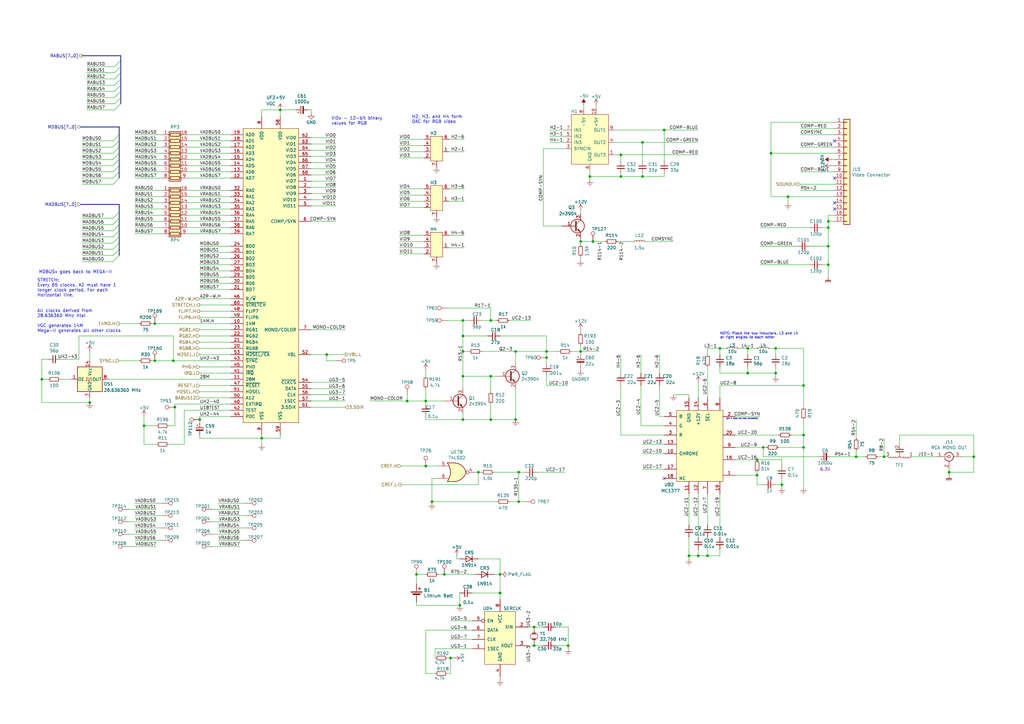
<source format=kicad_sch>
(kicad_sch (version 20230121) (generator eeschema)
  (paper "A3")
  (title_block (title "VGA, Digital RGB, and Composite") (date "2023-01-28") (rev "2b") (company "bald.ee/bitpreserve") (comment 1 "ROM3 / 1 Mb IIgs") (comment 2 "Redrawn by james@baldengineer"))
  (junction (at 189.865 137.795))
  (junction (at 71.755 167.005))
  (junction (at 389.255 193.675))
  (junction (at 107.315 179.705))
  (junction (at 254.635 72.39))
  (junction (at 212.725 193.675))
  (junction (at 339.725 93.345))
  (junction (at 263.525 58.42))
  (junction (at 17.145 155.575))
  (junction (at 219.075 264.795))
  (junction (at 71.12 147.955))
  (junction (at 189.865 131.445))
  (junction (at 254.635 63.5))
  (junction (at 59.055 174.625))
  (junction (at 318.135 153.035))
  (junction (at 224.155 144.145))
  (junction (at 295.275 142.875))
  (junction (at 167.005 164.465))
  (junction (at 205.105 235.585))
  (junction (at 351.155 187.325))
  (junction (at 243.205 99.06))
  (junction (at 233.045 264.795))
  (junction (at 329.565 158.115))
  (junction (at 313.055 183.515))
  (junction (at 36.83 165.1))
  (junction (at 174.625 164.465))
  (junction (at 177.165 205.74))
  (junction (at 238.125 99.06))
  (junction (at 316.23 62.865))
  (junction (at 263.525 72.39))
  (junction (at 362.585 187.325))
  (junction (at 81.915 172.085))
  (junction (at 205.105 243.205))
  (junction (at 339.725 108.585))
  (junction (at 306.705 153.035))
  (junction (at 224.155 146.685))
  (junction (at 219.075 257.175))
  (junction (at 170.815 235.585))
  (junction (at 318.135 142.875))
  (junction (at 339.725 90.805))
  (junction (at 310.515 194.945))
  (junction (at 306.705 142.875))
  (junction (at 272.415 53.34))
  (junction (at 323.215 80.645))
  (junction (at 63.5 147.955))
  (junction (at 310.515 188.595))
  (junction (at 290.195 227.965))
  (junction (at 201.295 154.305))
  (junction (at 329.565 183.515))
  (junction (at 133.985 145.415))
  (junction (at 188.595 248.285))
  (junction (at 399.415 187.325))
  (junction (at 196.215 193.675))
  (junction (at 63.5 132.715))
  (junction (at 241.935 72.39))
  (junction (at 189.865 144.145))
  (junction (at 182.245 235.585))
  (junction (at 286.385 227.965))
  (junction (at 184.785 269.875))
  (junction (at 282.575 227.965))
  (junction (at 189.865 172.085))
  (junction (at 212.725 205.74))
  (junction (at 329.565 178.435))
  (junction (at 189.865 154.305))
  (junction (at 339.725 100.965))
  (junction (at 201.295 172.085))
  (junction (at 320.675 198.755))
  (junction (at 238.125 144.145))
  (junction (at 211.455 172.085))
  (junction (at 201.295 131.445))
  (junction (at 211.455 144.145))
  (junction (at 114.935 45.085))
  (junction (at 174.625 191.135))
  (no_connect (at 342.265 57.785))
  (no_connect (at 342.265 83.185))
  (no_connect (at 272.415 196.215))
  (no_connect (at 342.265 73.025))
  (no_connect (at 342.265 85.725))
  (bus_entry (at 48.895 92.075) (size -2.54 2.54))
  (bus_entry (at 48.895 97.155) (size -2.54 2.54))
  (bus_entry (at 49.53 34.925) (size -2.54 2.54))
  (bus_entry (at 48.895 70.485) (size -2.54 2.54))
  (bus_entry (at 48.895 62.865) (size -2.54 2.54))
  (bus_entry (at 49.53 37.465) (size -2.54 2.54))
  (bus_entry (at 48.895 73.025) (size -2.54 2.54))
  (bus_entry (at 48.895 65.405) (size -2.54 2.54))
  (bus_entry (at 48.895 60.325) (size -2.54 2.54))
  (bus_entry (at 48.895 102.235) (size -2.54 2.54))
  (bus_entry (at 48.895 89.535) (size -2.54 2.54))
  (bus_entry (at 49.53 42.545) (size -2.54 2.54))
  (bus_entry (at 48.895 99.695) (size -2.54 2.54))
  (bus_entry (at 49.53 27.305) (size -2.54 2.54))
  (bus_entry (at 48.895 57.785) (size -2.54 2.54))
  (bus_entry (at 49.53 40.005) (size -2.54 2.54))
  (bus_entry (at 48.895 55.245) (size -2.54 2.54))
  (bus_entry (at 49.53 24.765) (size -2.54 2.54))
  (bus_entry (at 48.895 94.615) (size -2.54 2.54))
  (bus_entry (at 49.53 29.845) (size -2.54 2.54))
  (bus_entry (at 48.895 86.995) (size -2.54 2.54))
  (bus_entry (at 48.895 104.775) (size -2.54 2.54))
  (bus_entry (at 48.895 67.945) (size -2.54 2.54))
  (bus_entry (at 49.53 32.385) (size -2.54 2.54))
  (wire (pts (xy 81.915 179.705) (xy 107.315 179.705)))
  (wire (pts (xy 114.935 45.085) (xy 114.935 47.625)))
  (wire (pts (xy 238.125 99.06) (xy 238.125 97.79)))
  (wire (pts (xy 17.145 165.1) (xy 36.83 165.1)))
  (wire (pts (xy 342.265 60.325) (xy 328.295 60.325)))
  (wire (pts (xy 63.5 147.955) (xy 71.12 147.955)))
  (wire (pts (xy 127.635 45.085) (xy 127.635 46.355)))
  (wire (pts (xy 201.295 126.365) (xy 183.515 126.365)))
  (wire (pts (xy 342.265 52.705) (xy 328.295 52.705)))
  (wire (pts (xy 184.785 276.225) (xy 184.785 269.875)))
  (wire (pts (xy 220.345 193.675) (xy 231.775 193.675)))
  (wire (pts (xy 286.385 156.845) (xy 286.385 163.195)))
  (bus (pts (xy 49.53 34.925) (xy 49.53 37.465)))
  (wire (pts (xy 222.885 264.795) (xy 219.075 264.795)))
  (wire (pts (xy 48.895 147.955) (xy 57.15 147.955)))
  (wire (pts (xy 114.935 179.705) (xy 107.315 179.705)))
  (wire (pts (xy 222.885 92.71) (xy 222.885 60.96)))
  (wire (pts (xy 323.215 83.185) (xy 323.215 80.645)))
  (wire (pts (xy 127.635 167.005) (xy 141.605 167.005)))
  (wire (pts (xy 295.275 142.875) (xy 295.275 145.415)))
  (wire (pts (xy 173.99 104.14) (xy 163.83 104.14)))
  (wire (pts (xy 189.865 137.795) (xy 189.865 144.145)))
  (wire (pts (xy 127.635 59.055) (xy 137.795 59.055)))
  (wire (pts (xy 384.175 187.325) (xy 374.015 187.325)))
  (wire (pts (xy 66.675 70.485) (xy 55.245 70.485)))
  (wire (pts (xy 254.635 72.39) (xy 241.935 72.39)))
  (wire (pts (xy 66.675 93.345) (xy 55.245 93.345)))
  (wire (pts (xy 81.915 125.095) (xy 94.615 125.095)))
  (wire (pts (xy 342.265 67.945) (xy 340.995 67.945)))
  (wire (pts (xy 263.525 71.12) (xy 263.525 72.39)))
  (wire (pts (xy 301.625 170.815) (xy 311.785 170.815)))
  (wire (pts (xy 64.135 182.245) (xy 59.055 182.245)))
  (bus (pts (xy 48.895 67.945) (xy 48.895 70.485)))
  (wire (pts (xy 98.425 224.155) (xy 86.995 224.155)))
  (wire (pts (xy 179.705 191.135) (xy 174.625 191.135)))
  (wire (pts (xy 362.585 179.705) (xy 362.585 187.325)))
  (wire (pts (xy 94.615 100.965) (xy 81.915 100.965)))
  (wire (pts (xy 201.295 154.305) (xy 203.835 154.305)))
  (wire (pts (xy 205.105 245.745) (xy 205.105 243.205)))
  (wire (pts (xy 55.245 216.535) (xy 66.675 216.535)))
  (wire (pts (xy 212.725 193.675) (xy 215.265 193.675)))
  (wire (pts (xy 46.355 62.865) (xy 33.655 62.865)))
  (wire (pts (xy 399.415 178.435) (xy 399.415 187.325)))
  (wire (pts (xy 76.835 93.345) (xy 94.615 93.345)))
  (wire (pts (xy 94.615 163.195) (xy 81.915 163.195)))
  (wire (pts (xy 66.675 67.945) (xy 55.245 67.945)))
  (wire (pts (xy 190.5 96.52) (xy 184.15 96.52)))
  (wire (pts (xy 189.865 144.145) (xy 189.865 154.305)))
  (wire (pts (xy 313.055 183.515) (xy 314.325 183.515)))
  (wire (pts (xy 62.23 132.715) (xy 63.5 132.715)))
  (wire (pts (xy 290.195 227.965) (xy 286.385 227.965)))
  (wire (pts (xy 81.915 172.085) (xy 81.915 173.355)))
  (wire (pts (xy 323.215 80.645) (xy 342.265 80.645)))
  (wire (pts (xy 121.285 45.085) (xy 114.935 45.085)))
  (wire (pts (xy 190.5 82.55) (xy 184.15 82.55)))
  (wire (pts (xy 127.635 74.295) (xy 137.795 74.295)))
  (wire (pts (xy 189.865 154.305) (xy 201.295 154.305)))
  (wire (pts (xy 222.885 257.175) (xy 219.075 257.175)))
  (wire (pts (xy 306.705 153.035) (xy 318.135 153.035)))
  (wire (pts (xy 311.785 108.585) (xy 332.105 108.585)))
  (wire (pts (xy 76.835 83.185) (xy 94.615 83.185)))
  (wire (pts (xy 46.355 89.535) (xy 33.655 89.535)))
  (wire (pts (xy 182.245 164.465) (xy 174.625 164.465)))
  (wire (pts (xy 94.615 108.585) (xy 81.915 108.585)))
  (wire (pts (xy 306.705 142.875) (xy 310.515 142.875)))
  (wire (pts (xy 46.355 104.775) (xy 33.655 104.775)))
  (wire (pts (xy 46.355 70.485) (xy 33.655 70.485)))
  (wire (pts (xy 196.215 193.675) (xy 194.945 193.675)))
  (wire (pts (xy 238.125 135.255) (xy 238.125 136.525)))
  (wire (pts (xy 94.615 150.495) (xy 81.915 150.495)))
  (wire (pts (xy 263.525 182.245) (xy 272.415 182.245)))
  (wire (pts (xy 46.355 65.405) (xy 33.655 65.405)))
  (wire (pts (xy 177.165 205.74) (xy 203.835 205.74)))
  (wire (pts (xy 170.815 248.285) (xy 188.595 248.285)))
  (wire (pts (xy 201.295 131.445) (xy 201.295 126.365)))
  (wire (pts (xy 276.225 161.925) (xy 282.575 161.925)))
  (wire (pts (xy 227.965 257.175) (xy 233.045 257.175)))
  (wire (pts (xy 262.89 158.115) (xy 262.89 174.625)))
  (wire (pts (xy 46.355 99.695) (xy 33.655 99.695)))
  (wire (pts (xy 94.615 116.205) (xy 81.915 116.205)))
  (wire (pts (xy 174.625 258.445) (xy 193.675 258.445)))
  (wire (pts (xy 167.005 164.465) (xy 151.765 164.465)))
  (wire (pts (xy 127.635 135.255) (xy 141.605 135.255)))
  (wire (pts (xy 311.785 100.965) (xy 327.025 100.965)))
  (wire (pts (xy 211.455 144.145) (xy 211.455 149.225)))
  (wire (pts (xy 94.615 113.665) (xy 81.915 113.665)))
  (wire (pts (xy 173.99 101.6) (xy 163.83 101.6)))
  (wire (pts (xy 339.725 100.965) (xy 339.725 108.585)))
  (wire (pts (xy 66.675 80.645) (xy 55.245 80.645)))
  (wire (pts (xy 64.135 224.155) (xy 52.705 224.155)))
  (wire (pts (xy 66.675 57.785) (xy 55.245 57.785)))
  (wire (pts (xy 368.935 178.435) (xy 399.415 178.435)))
  (wire (pts (xy 71.12 137.795) (xy 71.12 147.955)))
  (wire (pts (xy 182.245 235.585) (xy 194.945 235.585)))
  (bus (pts (xy 48.895 60.325) (xy 48.895 62.865)))
  (wire (pts (xy 316.23 62.865) (xy 316.23 80.645)))
  (wire (pts (xy 224.155 137.795) (xy 224.155 144.145)))
  (wire (pts (xy 241.935 73.66) (xy 241.935 72.39)))
  (wire (pts (xy 94.615 170.815) (xy 81.915 170.815)))
  (wire (pts (xy 174.625 172.085) (xy 189.865 172.085)))
  (wire (pts (xy 201.295 154.305) (xy 201.295 160.655)))
  (wire (pts (xy 211.455 144.145) (xy 224.155 144.145)))
  (wire (pts (xy 320.675 196.215) (xy 320.675 198.755)))
  (wire (pts (xy 316.23 80.645) (xy 323.215 80.645)))
  (wire (pts (xy 190.5 62.23) (xy 184.15 62.23)))
  (wire (pts (xy 46.99 27.305) (xy 35.56 27.305)))
  (wire (pts (xy 187.325 227.965) (xy 187.325 229.235)))
  (wire (pts (xy 219.075 264.795) (xy 216.535 264.795)))
  (wire (pts (xy 190.5 57.15) (xy 184.15 57.15)))
  (wire (pts (xy 174.625 170.815) (xy 174.625 172.085)))
  (wire (pts (xy 238.125 145.415) (xy 238.125 144.145)))
  (wire (pts (xy 270.51 158.115) (xy 270.51 170.815)))
  (wire (pts (xy 174.625 276.225) (xy 178.435 276.225)))
  (wire (pts (xy 107.315 45.085) (xy 107.315 47.625)))
  (wire (pts (xy 205.105 277.495) (xy 205.105 278.765)))
  (wire (pts (xy 205.105 235.585) (xy 202.565 235.585)))
  (wire (pts (xy 342.265 75.565) (xy 328.295 75.565)))
  (wire (pts (xy 174.625 164.465) (xy 174.625 165.735)))
  (wire (pts (xy 272.415 53.34) (xy 286.385 53.34)))
  (wire (pts (xy 310.515 194.945) (xy 301.625 194.945)))
  (wire (pts (xy 76.835 85.725) (xy 94.615 85.725)))
  (wire (pts (xy 337.185 93.345) (xy 339.725 93.345)))
  (wire (pts (xy 342.265 55.245) (xy 328.295 55.245)))
  (bus (pts (xy 33.655 22.86) (xy 49.53 22.86)))
  (wire (pts (xy 188.595 248.285) (xy 188.595 243.205)))
  (wire (pts (xy 71.755 165.735) (xy 71.755 167.005)))
  (wire (pts (xy 270.51 145.415) (xy 270.51 153.035)))
  (wire (pts (xy 272.415 72.39) (xy 263.525 72.39)))
  (wire (pts (xy 170.815 247.015) (xy 170.815 248.285)))
  (wire (pts (xy 192.405 131.445) (xy 189.865 131.445)))
  (wire (pts (xy 315.595 142.875) (xy 318.135 142.875)))
  (wire (pts (xy 127.635 161.925) (xy 141.605 161.925)))
  (wire (pts (xy 55.245 211.455) (xy 66.675 211.455)))
  (wire (pts (xy 76.835 88.265) (xy 94.615 88.265)))
  (wire (pts (xy 63.5 132.715) (xy 94.615 132.715)))
  (wire (pts (xy 94.615 135.255) (xy 81.915 135.255)))
  (wire (pts (xy 254.635 66.04) (xy 254.635 63.5)))
  (wire (pts (xy 316.23 62.865) (xy 342.265 62.865)))
  (wire (pts (xy 201.295 172.085) (xy 189.865 172.085)))
  (wire (pts (xy 399.415 187.325) (xy 399.415 193.675)))
  (wire (pts (xy 328.295 70.485) (xy 342.265 70.485)))
  (wire (pts (xy 179.705 235.585) (xy 182.245 235.585)))
  (bus (pts (xy 48.895 99.695) (xy 48.895 102.235)))
  (wire (pts (xy 173.99 62.23) (xy 163.83 62.23)))
  (wire (pts (xy 173.99 80.01) (xy 163.83 80.01)))
  (wire (pts (xy 127.635 71.755) (xy 137.795 71.755)))
  (wire (pts (xy 262.89 145.415) (xy 262.89 153.035)))
  (wire (pts (xy 245.745 144.145) (xy 238.125 144.145)))
  (wire (pts (xy 200.025 137.795) (xy 189.865 137.795)))
  (wire (pts (xy 44.45 155.575) (xy 94.615 155.575)))
  (wire (pts (xy 311.785 93.345) (xy 332.105 93.345)))
  (bus (pts (xy 48.895 52.07) (xy 33.02 52.07)))
  (wire (pts (xy 76.835 70.485) (xy 94.615 70.485)))
  (wire (pts (xy 295.275 163.195) (xy 295.275 158.115)))
  (wire (pts (xy 46.99 29.845) (xy 35.56 29.845)))
  (wire (pts (xy 337.185 108.585) (xy 339.725 108.585)))
  (bus (pts (xy 49.53 24.765) (xy 49.53 27.305)))
  (wire (pts (xy 94.615 103.505) (xy 81.915 103.505)))
  (wire (pts (xy 66.675 62.865) (xy 55.245 62.865)))
  (wire (pts (xy 94.615 145.415) (xy 81.915 145.415)))
  (wire (pts (xy 46.99 32.385) (xy 35.56 32.385)))
  (wire (pts (xy 205.105 243.205) (xy 205.105 235.585)))
  (wire (pts (xy 173.99 85.09) (xy 163.83 85.09)))
  (wire (pts (xy 342.265 88.265) (xy 339.725 88.265)))
  (wire (pts (xy 295.275 158.115) (xy 329.565 158.115)))
  (wire (pts (xy 224.155 146.685) (xy 224.155 144.145)))
  (bus (pts (xy 48.895 92.075) (xy 48.895 94.615)))
  (wire (pts (xy 127.635 81.915) (xy 137.795 81.915)))
  (wire (pts (xy 310.515 198.755) (xy 313.055 198.755)))
  (wire (pts (xy 184.785 262.255) (xy 193.675 262.255)))
  (wire (pts (xy 76.835 73.025) (xy 94.615 73.025)))
  (wire (pts (xy 66.675 55.245) (xy 55.245 55.245)))
  (wire (pts (xy 192.405 144.145) (xy 189.865 144.145)))
  (wire (pts (xy 238.125 105.41) (xy 238.125 106.68)))
  (wire (pts (xy 89.535 221.615) (xy 100.965 221.615)))
  (wire (pts (xy 318.135 142.875) (xy 329.565 142.875)))
  (wire (pts (xy 252.095 58.42) (xy 263.525 58.42)))
  (wire (pts (xy 94.615 137.795) (xy 81.915 137.795)))
  (bus (pts (xy 48.895 86.995) (xy 48.895 89.535)))
  (wire (pts (xy 127.635 159.385) (xy 141.605 159.385)))
  (wire (pts (xy 66.675 95.885) (xy 55.245 95.885)))
  (wire (pts (xy 167.005 161.925) (xy 167.005 164.465)))
  (wire (pts (xy 295.275 153.035) (xy 306.705 153.035)))
  (wire (pts (xy 46.355 67.945) (xy 33.655 67.945)))
  (wire (pts (xy 363.855 187.325) (xy 362.585 187.325)))
  (wire (pts (xy 263.525 58.42) (xy 286.385 58.42)))
  (bus (pts (xy 49.53 40.005) (xy 49.53 42.545)))
  (wire (pts (xy 76.835 80.645) (xy 94.615 80.645)))
  (bus (pts (xy 48.895 102.235) (xy 48.895 104.775)))
  (wire (pts (xy 193.675 243.205) (xy 205.105 243.205)))
  (wire (pts (xy 55.245 206.375) (xy 66.675 206.375)))
  (wire (pts (xy 173.99 99.06) (xy 163.83 99.06)))
  (wire (pts (xy 254.635 178.435) (xy 272.415 178.435)))
  (wire (pts (xy 24.765 147.32) (xy 32.385 147.32)))
  (wire (pts (xy 76.835 65.405) (xy 94.615 65.405)))
  (wire (pts (xy 254.635 63.5) (xy 286.385 63.5)))
  (wire (pts (xy 174.625 191.135) (xy 164.465 191.135)))
  (wire (pts (xy 17.145 147.32) (xy 19.685 147.32)))
  (wire (pts (xy 127.635 90.805) (xy 137.795 90.805)))
  (wire (pts (xy 137.795 147.955) (xy 133.985 147.955)))
  (wire (pts (xy 310.515 188.595) (xy 301.625 188.595)))
  (wire (pts (xy 127.635 66.675) (xy 137.795 66.675)))
  (wire (pts (xy 224.155 158.115) (xy 224.155 154.305)))
  (wire (pts (xy 272.415 66.04) (xy 272.415 53.34)))
  (wire (pts (xy 310.515 194.945) (xy 310.515 198.755)))
  (wire (pts (xy 24.765 155.575) (xy 29.21 155.575)))
  (wire (pts (xy 127.635 61.595) (xy 137.795 61.595)))
  (wire (pts (xy 94.615 106.045) (xy 81.915 106.045)))
  (wire (pts (xy 320.675 198.755) (xy 320.675 200.025)))
  (wire (pts (xy 313.055 183.515) (xy 313.055 187.325)))
  (wire (pts (xy 282.575 163.195) (xy 282.575 161.925)))
  (wire (pts (xy 94.615 142.875) (xy 81.915 142.875)))
  (wire (pts (xy 302.895 142.875) (xy 306.705 142.875)))
  (wire (pts (xy 133.985 147.955) (xy 133.985 145.415)))
  (bus (pts (xy 48.895 97.155) (xy 48.895 99.695)))
  (wire (pts (xy 127.635 164.465) (xy 141.605 164.465)))
  (wire (pts (xy 340.995 65.405) (xy 342.265 65.405)))
  (wire (pts (xy 46.355 73.025) (xy 33.655 73.025)))
  (wire (pts (xy 127.635 156.845) (xy 141.605 156.845)))
  (wire (pts (xy 254.635 178.435) (xy 254.635 158.115)))
  (wire (pts (xy 202.565 193.675) (xy 212.725 193.675)))
  (wire (pts (xy 71.755 165.735) (xy 94.615 165.735)))
  (wire (pts (xy 189.865 154.305) (xy 189.865 159.385)))
  (wire (pts (xy 389.255 193.675) (xy 389.255 192.405)))
  (wire (pts (xy 114.935 45.085) (xy 107.315 45.085)))
  (wire (pts (xy 17.145 155.575) (xy 17.145 165.1)))
  (wire (pts (xy 81.915 178.435) (xy 81.915 179.705)))
  (wire (pts (xy 46.99 37.465) (xy 35.56 37.465)))
  (bus (pts (xy 49.53 29.845) (xy 49.53 32.385)))
  (wire (pts (xy 329.565 172.085) (xy 329.565 178.435)))
  (wire (pts (xy 183.515 276.225) (xy 184.785 276.225)))
  (wire (pts (xy 212.725 193.675) (xy 212.725 205.74)))
  (wire (pts (xy 46.99 34.925) (xy 35.56 34.925)))
  (wire (pts (xy 230.505 92.71) (xy 222.885 92.71)))
  (wire (pts (xy 75.565 168.275) (xy 75.565 182.245)))
  (wire (pts (xy 89.535 206.375) (xy 100.965 206.375)))
  (wire (pts (xy 174.625 164.465) (xy 167.005 164.465)))
  (wire (pts (xy 189.865 131.445) (xy 189.865 137.795)))
  (wire (pts (xy 233.045 264.795) (xy 233.045 266.065)))
  (wire (pts (xy 19.685 155.575) (xy 17.145 155.575)))
  (wire (pts (xy 329.565 178.435) (xy 329.565 183.515)))
  (wire (pts (xy 238.125 99.06) (xy 238.125 100.33)))
  (wire (pts (xy 282.575 202.565) (xy 282.575 215.265)))
  (wire (pts (xy 94.615 130.175) (xy 81.915 130.175)))
  (wire (pts (xy 174.625 159.385) (xy 174.625 164.465)))
  (bus (pts (xy 48.895 94.615) (xy 48.895 97.155)))
  (wire (pts (xy 241.935 72.39) (xy 241.935 69.85)))
  (wire (pts (xy 196.215 198.755) (xy 164.465 198.755)))
  (wire (pts (xy 394.335 187.325) (xy 399.415 187.325)))
  (wire (pts (xy 69.215 182.245) (xy 75.565 182.245)))
  (wire (pts (xy 238.125 150.495) (xy 238.125 151.765)))
  (wire (pts (xy 399.415 193.675) (xy 389.255 193.675)))
  (wire (pts (xy 197.485 144.145) (xy 211.455 144.145)))
  (bus (pts (xy 48.895 57.785) (xy 48.895 60.325)))
  (wire (pts (xy 46.355 107.315) (xy 33.655 107.315)))
  (wire (pts (xy 64.135 208.915) (xy 52.705 208.915)))
  (wire (pts (xy 174.625 258.445) (xy 174.625 276.225)))
  (wire (pts (xy 127.635 76.835) (xy 137.795 76.835)))
  (wire (pts (xy 46.99 42.545) (xy 35.56 42.545)))
  (wire (pts (xy 301.625 178.435) (xy 319.405 178.435)))
  (wire (pts (xy 224.155 158.115) (xy 233.045 158.115)))
  (wire (pts (xy 295.275 227.965) (xy 290.195 227.965)))
  (wire (pts (xy 272.415 192.405) (xy 263.525 192.405)))
  (wire (pts (xy 282.575 227.965) (xy 282.575 229.235)))
  (wire (pts (xy 81.915 170.815) (xy 81.915 172.085)))
  (wire (pts (xy 94.615 127.635) (xy 81.915 127.635)))
  (wire (pts (xy 173.99 64.77) (xy 163.83 64.77)))
  (wire (pts (xy 177.165 196.215) (xy 177.165 205.74)))
  (wire (pts (xy 225.425 55.88) (xy 231.775 55.88)))
  (wire (pts (xy 205.105 137.795) (xy 224.155 137.795)))
  (wire (pts (xy 32.385 147.32) (xy 32.385 137.795)))
  (wire (pts (xy 254.635 71.12) (xy 254.635 72.39)))
  (wire (pts (xy 238.125 144.145) (xy 234.315 144.145)))
  (wire (pts (xy 127.635 145.415) (xy 133.985 145.415)))
  (wire (pts (xy 66.675 85.725) (xy 55.245 85.725)))
  (wire (pts (xy 183.515 131.445) (xy 189.865 131.445)))
  (wire (pts (xy 94.615 118.745) (xy 81.915 118.745)))
  (wire (pts (xy 339.725 88.265) (xy 339.725 90.805)))
  (wire (pts (xy 203.835 131.445) (xy 201.295 131.445)))
  (wire (pts (xy 351.155 187.325) (xy 354.965 187.325)))
  (wire (pts (xy 71.12 147.955) (xy 94.615 147.955)))
  (wire (pts (xy 66.675 73.025) (xy 55.245 73.025)))
  (wire (pts (xy 66.675 88.265) (xy 55.245 88.265)))
  (wire (pts (xy 184.785 269.875) (xy 183.515 269.875)))
  (wire (pts (xy 46.355 57.785) (xy 33.655 57.785)))
  (wire (pts (xy 318.135 198.755) (xy 320.675 198.755)))
  (wire (pts (xy 252.095 63.5) (xy 254.635 63.5)))
  (wire (pts (xy 174.625 151.765) (xy 174.625 154.305)))
  (wire (pts (xy 46.99 40.005) (xy 35.56 40.005)))
  (wire (pts (xy 290.195 220.345) (xy 290.195 227.965)))
  (wire (pts (xy 174.625 235.585) (xy 170.815 235.585)))
  (wire (pts (xy 306.705 145.415) (xy 306.705 142.875)))
  (wire (pts (xy 76.835 67.945) (xy 94.615 67.945)))
  (wire (pts (xy 243.205 99.06) (xy 238.125 99.06)))
  (wire (pts (xy 48.895 132.715) (xy 57.15 132.715)))
  (wire (pts (xy 238.125 86.36) (xy 238.125 87.63)))
  (wire (pts (xy 46.355 94.615) (xy 33.655 94.615)))
  (wire (pts (xy 272.415 71.12) (xy 272.415 72.39)))
  (wire (pts (xy 126.365 45.085) (xy 127.635 45.085)))
  (wire (pts (xy 201.295 131.445) (xy 197.485 131.445)))
  (wire (pts (xy 339.725 90.805) (xy 339.725 93.345)))
  (wire (pts (xy 320.675 188.595) (xy 320.675 191.135)))
  (wire (pts (xy 252.095 53.34) (xy 272.415 53.34)))
  (wire (pts (xy 76.835 57.785) (xy 94.615 57.785)))
  (wire (pts (xy 208.915 205.74) (xy 212.725 205.74)))
  (bus (pts (xy 48.895 83.82) (xy 48.895 86.995)))
  (bus (pts (xy 49.53 32.385) (xy 49.53 34.925)))
  (wire (pts (xy 211.455 159.385) (xy 211.455 172.085)))
  (wire (pts (xy 310.515 188.595) (xy 320.675 188.595)))
  (wire (pts (xy 212.725 205.74) (xy 215.265 205.74)))
  (wire (pts (xy 94.615 158.115) (xy 81.915 158.115)))
  (wire (pts (xy 318.135 154.305) (xy 318.135 153.035)))
  (wire (pts (xy 59.055 174.625) (xy 64.135 174.625)))
  (wire (pts (xy 59.055 182.245) (xy 59.055 174.625)))
  (wire (pts (xy 55.245 221.615) (xy 66.675 221.615)))
  (wire (pts (xy 127.635 56.515) (xy 137.795 56.515)))
  (wire (pts (xy 282.575 220.345) (xy 282.575 227.965)))
  (wire (pts (xy 301.625 183.515) (xy 313.055 183.515)))
  (wire (pts (xy 262.89 174.625) (xy 272.415 174.625)))
  (wire (pts (xy 270.51 170.815) (xy 272.415 170.815)))
  (bus (pts (xy 48.895 70.485) (xy 48.895 73.025)))
  (wire (pts (xy 98.425 208.915) (xy 86.995 208.915)))
  (wire (pts (xy 197.485 193.675) (xy 196.215 193.675)))
  (wire (pts (xy 233.045 257.175) (xy 233.045 264.795)))
  (wire (pts (xy 263.525 72.39) (xy 254.635 72.39)))
  (wire (pts (xy 46.355 97.155) (xy 33.655 97.155)))
  (wire (pts (xy 17.145 147.32) (xy 17.145 155.575)))
  (wire (pts (xy 339.725 93.345) (xy 339.725 100.965)))
  (wire (pts (xy 173.99 59.69) (xy 163.83 59.69)))
  (wire (pts (xy 286.385 202.565) (xy 286.385 220.345)))
  (wire (pts (xy 62.23 147.955) (xy 63.5 147.955)))
  (wire (pts (xy 239.395 43.18) (xy 239.395 44.45)))
  (wire (pts (xy 89.535 216.535) (xy 100.965 216.535)))
  (wire (pts (xy 98.425 219.075) (xy 86.995 219.075)))
  (wire (pts (xy 342.265 78.105) (xy 328.295 78.105)))
  (wire (pts (xy 76.835 78.105) (xy 94.615 78.105)))
  (wire (pts (xy 351.155 172.085) (xy 351.155 179.705)))
  (wire (pts (xy 46.355 92.075) (xy 33.655 92.075)))
  (wire (pts (xy 94.615 111.125) (xy 81.915 111.125)))
  (wire (pts (xy 362.585 187.325) (xy 360.045 187.325)))
  (wire (pts (xy 201.295 165.735) (xy 201.295 172.085)))
  (wire (pts (xy 290.195 145.415) (xy 290.195 142.875)))
  (wire (pts (xy 36.83 144.145) (xy 36.83 147.955)))
  (bus (pts (xy 48.895 89.535) (xy 48.895 92.075)))
  (wire (pts (xy 173.99 96.52) (xy 163.83 96.52)))
  (wire (pts (xy 32.385 137.795) (xy 71.12 137.795)))
  (wire (pts (xy 339.725 90.805) (xy 342.265 90.805)))
  (wire (pts (xy 295.275 225.425) (xy 295.275 227.965)))
  (wire (pts (xy 98.425 213.995) (xy 86.995 213.995)))
  (wire (pts (xy 286.385 225.425) (xy 286.385 227.965)))
  (wire (pts (xy 208.915 131.445) (xy 217.805 131.445)))
  (wire (pts (xy 310.515 193.675) (xy 310.515 194.945)))
  (wire (pts (xy 114.935 178.435) (xy 114.935 179.705)))
  (wire (pts (xy 225.425 53.34) (xy 231.775 53.34)))
  (wire (pts (xy 66.675 83.185) (xy 55.245 83.185)))
  (wire (pts (xy 329.565 183.515) (xy 329.565 200.025)))
  (wire (pts (xy 71.755 174.625) (xy 69.215 174.625)))
  (wire (pts (xy 351.155 184.785) (xy 351.155 187.325)))
  (bus (pts (xy 49.53 37.465) (xy 49.53 40.005)))
  (wire (pts (xy 127.635 79.375) (xy 137.795 79.375)))
  (wire (pts (xy 231.775 58.42) (xy 225.425 58.42)))
  (wire (pts (xy 66.675 65.405) (xy 55.245 65.405)))
  (wire (pts (xy 313.055 187.325) (xy 335.915 187.325)))
  (wire (pts (xy 205.105 229.235) (xy 205.105 235.585)))
  (wire (pts (xy 332.105 100.965) (xy 339.725 100.965)))
  (wire (pts (xy 264.795 99.06) (xy 276.225 99.06)))
  (wire (pts (xy 71.755 167.005) (xy 71.755 174.625)))
  (wire (pts (xy 319.405 183.515) (xy 329.565 183.515)))
  (wire (pts (xy 127.635 69.215) (xy 137.795 69.215)))
  (wire (pts (xy 368.935 178.435) (xy 368.935 182.245)))
  (wire (pts (xy 290.195 150.495) (xy 290.195 163.195)))
  (wire (pts (xy 66.675 78.105) (xy 55.245 78.105)))
  (wire (pts (xy 177.165 196.215) (xy 179.705 196.215)))
  (wire (pts (xy 238.125 141.605) (xy 238.125 144.145)))
  (wire (pts (xy 248.285 99.06) (xy 243.205 99.06)))
  (wire (pts (xy 177.165 205.74) (xy 177.165 206.375)))
  (wire (pts (xy 196.215 193.675) (xy 196.215 198.755)))
  (bus (pts (xy 48.895 52.07) (xy 48.895 55.245)))
  (wire (pts (xy 189.865 172.085) (xy 189.865 169.545)))
  (wire (pts (xy 184.785 254.635) (xy 193.675 254.635)))
  (wire (pts (xy 170.815 235.585) (xy 170.815 239.395)))
  (wire (pts (xy 286.385 227.965) (xy 282.575 227.965)))
  (wire (pts (xy 184.15 101.6) (xy 190.5 101.6)))
  (wire (pts (xy 36.83 165.1) (xy 36.83 163.195)))
  (wire (pts (xy 127.635 64.135) (xy 137.795 64.135)))
  (wire (pts (xy 263.525 66.04) (xy 263.525 58.42)))
  (wire (pts (xy 290.195 202.565) (xy 290.195 215.265)))
  (wire (pts (xy 94.615 153.035) (xy 81.915 153.035)))
  (bus (pts (xy 48.895 55.245) (xy 48.895 57.785)))
  (wire (pts (xy 389.255 193.675) (xy 389.255 194.945)))
  (wire (pts (xy 94.615 140.335) (xy 81.915 140.335)))
  (wire (pts (xy 76.835 55.245) (xy 94.615 55.245)))
  (wire (pts (xy 66.675 60.325) (xy 55.245 60.325)))
  (wire (pts (xy 318.135 142.875) (xy 318.135 145.415)))
  (wire (pts (xy 94.615 122.555) (xy 81.915 122.555)))
  (wire (pts (xy 219.075 257.175) (xy 219.075 258.445)))
  (wire (pts (xy 94.615 160.655) (xy 81.915 160.655)))
  (wire (pts (xy 290.195 142.875) (xy 295.275 142.875)))
  (wire (pts (xy 254.635 145.415) (xy 254.635 153.035)))
  (wire (pts (xy 340.995 187.325) (xy 351.155 187.325)))
  (wire (pts (xy 64.135 219.075) (xy 52.705 219.075)))
  (wire (pts (xy 259.715 99.06) (xy 253.365 99.06)))
  (wire (pts (xy 64.135 213.995) (xy 52.705 213.995)))
  (wire (pts (xy 46.355 102.235) (xy 33.655 102.235)))
  (wire (pts (xy 190.5 77.47) (xy 184.15 77.47)))
  (wire (pts (xy 107.315 179.705) (xy 107.315 178.435)))
  (wire (pts (xy 329.565 167.005) (xy 329.565 158.115)))
  (wire (pts (xy 46.355 60.325) (xy 33.655 60.325)))
  (wire (pts (xy 173.99 57.15) (xy 163.83 57.15)))
  (wire (pts (xy 89.535 211.455) (xy 100.965 211.455)))
  (wire (pts (xy 231.775 60.96) (xy 222.885 60.96)))
  (wire (pts (xy 329.565 142.875) (xy 329.565 158.115)))
  (wire (pts (xy 46.99 45.085) (xy 35.56 45.085)))
  (wire (pts (xy 316.23 50.165) (xy 316.23 62.865)))
  (wire (pts (xy 219.075 263.525) (xy 219.075 264.795)))
  (wire (pts (xy 76.835 95.885) (xy 94.615 95.885)))
  (wire (pts (xy 127.635 84.455) (xy 137.795 84.455)))
  (wire (pts (xy 178.435 266.065) (xy 178.435 269.875)))
  (wire (pts (xy 224.155 149.225) (xy 224.155 146.685)))
  (wire (pts (xy 306.705 150.495) (xy 306.705 153.035)))
  (bus (pts (xy 49.53 22.86) (xy 49.53 24.765)))
  (wire (pts (xy 339.725 108.585) (xy 339.725 113.665)))
  (wire (pts (xy 324.485 178.435) (xy 329.565 178.435)))
  (wire (pts (xy 173.99 77.47) (xy 163.83 77.47)))
  (wire (pts (xy 244.475 43.18) (xy 244.475 44.45)))
  (wire (pts (xy 186.055 269.875) (xy 184.785 269.875)))
  (wire (pts (xy 318.135 153.035) (xy 318.135 150.495)))
  (wire (pts (xy 216.535 257.175) (xy 219.075 257.175)))
  (wire (pts (xy 66.675 90.805) (xy 55.245 90.805)))
  (bus (pts (xy 49.53 27.305) (xy 49.53 29.845)))
  (wire (pts (xy 295.275 142.875) (xy 297.815 142.875)))
  (wire (pts (xy 224.155 144.145) (xy 229.235 144.145)))
  (wire (pts (xy 178.435 266.065) (xy 193.675 266.065)))
  (wire (pts (xy 233.045 264.795) (xy 227.965 264.795)))
  (wire (pts (xy 295.275 202.565) (xy 295.275 220.345)))
  (wire (pts (xy 107.315 179.705) (xy 107.315 182.245)))
  (wire (pts (xy 295.275 150.495) (xy 295.275 153.035)))
  (wire (pts (xy 76.835 60.325) (xy 94.615 60.325)))
  (bus (pts (xy 48.895 65.405) (xy 48.895 67.945)))
  (wire (pts (xy 75.565 168.275) (xy 94.615 168.275)))
  (bus (pts (xy 48.895 62.865) (xy 48.895 65.405)))
  (wire (pts (xy 187.325 229.235) (xy 188.595 229.235)))
  (wire (pts (xy 263.525 186.055) (xy 272.415 186.055)))
  (wire (pts (xy 173.99 82.55) (xy 163.83 82.55)))
  (bus (pts (xy 48.895 83.82) (xy 33.02 83.82)))
  (wire (pts (xy 316.23 50.165) (xy 342.265 50.165)))
  (wire (pts (xy 46.355 75.565) (xy 33.655 75.565)))
  (wire (pts (xy 76.835 62.865) (xy 94.615 62.865)))
  (wire (pts (xy 196.215 229.235) (xy 205.105 229.235)))
  (wire (pts (xy 211.455 172.085) (xy 201.295 172.085)))
  (wire (pts (xy 59.055 170.815) (xy 59.055 174.625)))
  (wire (pts (xy 133.985 145.415) (xy 141.605 145.415)))
  (wire (pts (xy 76.835 90.805) (xy 94.615 90.805)))
  (text "All clocks derived from\n28.636360 MHz Xtal\n\nVGC generates 14M\nMega-II generates all other clocks" (at 15.24 136.525 0) (effects (font (size 1.27 1.27)) (justify left bottom)))
  (text "(pin 2 label not from schematic)" (at 297.815 172.085 0) (effects (font (size 0.508 0.508)) (justify left bottom)))
  (text "H2, H3, and H4 form\nDAC for RGB video" (at 168.91 50.8 0) (effects (font (size 1.27 1.27)) (justify left bottom)))
  (text "STRETCH:\nEvery 65 clocks, A2 must have 1\nlonger clock period. For each\nHorizontal line." (at 15.24 121.92 0) (effects (font (size 1.27 1.27)) (justify left bottom)))
  (text "MDBUSx goes back to MEGA-II" (at 15.875 112.395 0) (effects (font (size 1.27 1.27)) (justify left bottom)))
  (text "VIDx - 12-bit binary \nvalues for RGB" (at 135.89 51.435 0) (effects (font (size 1.27 1.27)) (justify left bottom)))
  (text "NOTE: Place the two inductors, L3 and L4\nat right angles to each other" (at 295.275 139.065 0) (effects (font (size 0.9906 0.9906)) (justify left bottom)))
  (label "RABUS2" (at 55.245 83.185 0))
  (label "VADBUS0" (at 81.915 55.245 0))
  (label "VID5" (at 137.795 69.215 180))
  (label "MDBUS2" (at 33.655 62.865 0))
  (label "H3-1" (at 225.425 55.88 0))
  (label "UH2-43" (at 31.75 147.32 180))
  (label "MDBUS3" (at 81.915 108.585 0))
  (label "UG3-6" (at 141.605 159.385 180))
  (label "R14-2" (at 245.745 144.145 180))
  (label "VRABUS0" (at 89.535 206.375 0))
  (label "RABUS1" (at 35.56 29.845 0))
  (label "H3-6" (at 262.89 145.415 270))
  (label "VID4" (at 163.83 77.47 0))
  (label "MDBUS4" (at 81.915 111.125 0))
  (label "UG3-5" (at 184.785 254.635 0))
  (label "VADBUS6" (at 81.915 70.485 0))
  (label "MDBUS4" (at 33.655 67.945 0))
  (label "VID8" (at 137.795 76.835 180))
  (label "VADBUS3" (at 81.915 62.865 0))
  (label "VRABUS5" (at 81.915 90.805 0))
  (label "VADBUS2" (at 55.245 211.455 0))
  (label "VID11" (at 163.83 104.14 0))
  (label "MADBUS4" (at 55.245 65.405 0))
  (label "VRABUS2" (at 89.535 211.455 0))
  (label "VID2" (at 137.795 61.595 180))
  (label "MADBUS0" (at 33.655 107.315 0))
  (label "VRABUS0" (at 81.915 78.105 0))
  (label "VADBUS1" (at 81.915 57.785 0))
  (label "VID0" (at 137.795 56.515 180))
  (label "UG3-5" (at 141.605 156.845 180))
  (label "RABUS4" (at 55.245 88.265 0))
  (label "RABUS0" (at 35.56 27.305 0))
  (label "H4-1" (at 225.425 58.42 0))
  (label "VRABUS7" (at 81.915 95.885 0))
  (label "MDBUS3" (at 33.655 65.405 0))
  (label "MADBUS5" (at 33.655 94.615 0))
  (label "UG3-6" (at 184.785 258.445 0))
  (label "RABUS3" (at 35.56 34.925 0))
  (label "COMSYNC" (at 276.225 99.06 180))
  (label "VID6" (at 137.795 71.755 180))
  (label "VID1" (at 137.795 59.055 180))
  (label "MONO-COLOR" (at 151.765 164.465 0))
  (label "UC2-11" (at 282.575 203.835 270))
  (label "VADBUS4" (at 81.915 65.405 0))
  (label "MDBUS6" (at 81.915 116.205 0))
  (label "R8-2" (at 362.585 179.705 270))
  (label "UC2-17" (at 263.525 192.405 0))
  (label "RABUS1" (at 55.245 80.645 0))
  (label "COMP-BLUE" (at 311.785 108.585 0))
  (label "MADBUS7" (at 33.655 89.535 0))
  (label "COMP-RED" (at 328.295 52.705 0))
  (label "UG3-7" (at 141.605 161.925 180))
  (label "MDBUS7" (at 33.655 75.565 0))
  (label "VID2" (at 163.83 62.23 0))
  (label "RABUS5" (at 55.245 90.805 0))
  (label "R114-2" (at 255.905 99.06 270))
  (label "RABUS7" (at 35.56 45.085 0))
  (label "VRABUS3" (at 81.915 85.725 0))
  (label "UC2-10" (at 233.045 158.115 180))
  (label "UC2-5" (at 270.51 163.83 270))
  (label "VRABUS1" (at 81.915 80.645 0))
  (label "H2-6" (at 190.5 57.15 180))
  (label "MADBUS2" (at 33.655 102.235 0))
  (label "VADBUS5" (at 81.915 67.945 0))
  (label "UH2-43" (at 81.915 147.955 0))
  (label "COMP-RED" (at 286.385 63.5 180))
  (label "COMP-RED" (at 311.785 93.345 0))
  (label "UC2-12" (at 286.385 203.835 270))
  (label "VADBUS1" (at 64.135 208.915 180))
  (label "VRABUS6" (at 89.535 221.615 0))
  (label "VRABUS7" (at 98.425 224.155 180))
  (label "VADBUS2" (at 81.915 60.325 0))
  (label "UC2-13" (at 263.525 182.245 0))
  (label "R114-1" (at 247.015 99.06 270))
  (label "UC2-10" (at 263.525 186.055 0))
  (label "H3-6" (at 190.5 77.47 180))
  (label "H2-1" (at 190.5 62.23 180))
  (label "UC2-9" (at 310.515 183.515 180))
  (label "UH2-44" (at 81.915 170.815 0))
  (label "VRABUS5" (at 98.425 219.075 180))
  (label "14M.H" (at 81.915 132.715 0))
  (label "VID9" (at 137.795 79.375 180))
  (label "MDBUS1" (at 33.655 60.325 0))
  (label "COMP-GREEN" (at 311.785 100.965 0))
  (label "J11-1" (at 376.555 187.325 0))
  (label "R54-2" (at 328.295 78.105 0))
  (label "R135-1" (at 212.725 195.58 270))
  (label "MDBUS5" (at 81.915 113.665 0))
  (label "VID6" (at 163.83 82.55 0))
  (label "VADBUS0" (at 55.245 206.375 0))
  (label "VID1" (at 163.83 59.69 0))
  (label "MADBUS6" (at 55.245 70.485 0))
  (label "MADBUS0" (at 55.245 55.245 0))
  (label "RABUS6" (at 55.245 93.345 0))
  (label "MADBUS2" (at 55.245 60.325 0))
  (label "UC2-19" (at 295.275 203.835 270))
  (label "H4-6" (at 190.5 96.52 180))
  (label "L3-1" (at 294.005 142.875 180))
  (label "H2-1" (at 225.425 53.34 0))
  (label "VID0" (at 163.83 57.15 0))
  (label "MADBUS1" (at 33.655 104.775 0))
  (label "UC2-6" (at 290.195 161.925 90))
  (label "RABUS0" (at 55.245 78.105 0))
  (label "UC2-20" (at 310.515 178.435 180))
  (label "COMP-SYN" (at 137.795 90.805 180))
  (label "MONO-COLOR" (at 141.605 135.255 180))
  (label "28M" (at 81.915 155.575 0))
  (label "MDBUS5" (at 33.655 70.485 0))
  (label "U18TEST" (at 81.915 168.275 0))
  (label "UH2-40" (at 81.915 165.735 0))
  (label "VID10" (at 163.83 101.6 0))
  (label "MDBUS2" (at 81.915 106.045 0))
  (label "VADBUS7" (at 64.135 224.155 180))
  (label "MADBUS3" (at 55.245 62.865 0))
  (label "COMP-GREEN" (at 286.385 58.42 180))
  (label "R13-1" (at 189.865 141.605 270))
  (label "RABUS6" (at 35.56 42.545 0))
  (label "COMP-BLUE" (at 286.385 53.34 180))
  (label "VID5" (at 163.83 80.01 0))
  (label "Q2-3" (at 210.185 144.145 180))
  (label "H2-6" (at 270.51 145.415 270))
  (label "RABUS4" (at 35.56 37.465 0))
  (label "COMSYNC" (at 328.295 55.245 0))
  (label "UG3-1" (at 141.605 164.465 180))
  (label "COMP-GREEN" (at 328.295 60.325 0))
  (label "VID3" (at 163.83 64.77 0))
  (label "VID11" (at 137.795 84.455 180))
  (label "UC2-8" (at 295.275 158.115 0))
  (label "RABUS7" (at 55.245 95.885 0))
  (label "UC2-7" (at 290.195 203.835 270))
  (label "VRABUS4" (at 81.915 88.265 0))
  (label "R17-1" (at 201.295 126.365 180))
  (label "VID8" (at 163.83 96.52 0))
  (label "R54-2" (at 351.155 172.085 270))
  (label "VID3" (at 137.795 64.135 180))
  (label "UG3-2" (at 217.805 257.175 90))
  (label "VID7" (at 137.795 74.295 180))
  (label "MADBUS7" (at 55.245 73.025 0))
  (label "VRABUS1" (at 98.425 208.915 180))
  (label "RABUS3" (at 55.245 85.725 0))
  (label "VID10" (at 137.795 81.915 180))
  (label "MADBUS3" (at 33.655 99.695 0))
  (label "VRABUS6" (at 81.915 93.345 0))
  (label "RABUS5" (at 35.56 40.005 0))
  (label "VRABUS2" (at 81.915 83.185 0))
  (label "MADBUS4" (at 33.655 97.155 0))
  (label "VRABUS4" (at 89.535 216.535 0))
  (label "UC2-13" (at 217.805 131.445 180))
  (label "MADBUS1" (at 55.245 57.785 0))
  (label "COMP-SYN" (at 311.785 170.815 180))
  (label "UC2-16" (at 310.515 188.595 180))
  (label "MDBUS6" (at 33.655 73.025 0))
  (label "H3-1" (at 190.5 82.55 180))
  (label "VID9" (at 163.83 99.06 0))
  (label "UC2-3" (at 254.635 170.815 90))
  (label "VADBUS4" (at 55.245 216.535 0))
  (label "UG3-7" (at 184.785 262.255 0))
  (label "MADBUS6" (at 33.655 92.075 0))
  (label "VID4" (at 137.795 66.675 180))
  (label "COMP-BLUE" (at 328.295 70.485 0))
  (label "UC2-17" (at 231.775 193.675 180))
  (label "VADBUS6" (at 55.245 221.615 0))
  (label "COMP-SYN" (at 222.885 71.755 270))
  (label "VADBUS3" (at 64.135 213.995 180))
  (label "VRABUS3" (at 98.425 213.995 180))
  (label "L4-1" (at 309.245 142.875 180))
  (label "H4-6" (at 254.635 145.415 270))
  (label "VADBUS5" (at 64.135 219.075 180))
  (label "A2R-W.H" (at 81.915 122.555 0))
  (label "MDBUS0" (at 33.655 57.785 0))
  (label "UG3-1" (at 184.785 266.065 0))
  (label "R75-2" (at 184.785 235.585 0))
  (label "R54-1" (at 342.265 187.325 0))
  (label "UC2-4" (at 262.89 170.18 90))
  (label "MDBUS7" (at 81.915 118.745 0))
  (label "H4-1" (at 190.5 101.6 180))
  (label "RABUS2" (at 35.56 32.385 0))
  (label "VADBUS7" (at 81.915 73.025 0))
  (label "UG3-3" (at 217.805 264.795 270))
  (label "MDBUS0" (at 81.915 100.965 0))
  (label "MDBUS1" (at 81.915 103.505 0))
  (label "MADBUS5" (at 55.245 67.945 0))
  (label "VID7" (at 163.83 85.09 0))
  (hierarchical_label "SYNC.L" (shape input) (at 48.895 147.955 180))
  (hierarchical_label "CREF.L" (shape output) (at 164.465 198.755 180))
  (hierarchical_label "HDSEL.H" (shape input) (at 81.915 160.655 180))
  (hierarchical_label "RGB2.H" (shape input) (at 81.915 137.795 180))
  (hierarchical_label "A2R-W.H" (shape input) (at 81.915 122.555 180))
  (hierarchical_label "3.5DIK" (shape input) (at 141.605 167.005 0))
  (hierarchical_label "SOUND.H" (shape input) (at 328.295 75.565 180))
  (hierarchical_label "PH0.H" (shape input) (at 81.915 150.495 180))
  (hierarchical_label "FLIP7.H" (shape output) (at 81.915 127.635 180))
  (hierarchical_label "MADBUS[7..0]" (shape input) (at 33.02 83.82 180))
  (hierarchical_label "FLIP6.H" (shape output) (at 81.915 130.175 180))
  (hierarchical_label "STRETCH.L" (shape output) (at 81.915 125.095 180))
  (hierarchical_label "VBL.L" (shape output) (at 141.605 145.415 0))
  (hierarchical_label "IRQ.L" (shape input) (at 81.915 153.035 180))
  (hierarchical_label "RGB8.H" (shape input) (at 81.915 142.875 180))
  (hierarchical_label "MDBUS[7..0]" (shape bidirectional) (at 33.02 52.07 180))
  (hierarchical_label "RABUS[7..0]" (shape output) (at 33.655 22.86 180))
  (hierarchical_label "RGB1.H" (shape input) (at 81.915 135.255 180))
  (hierarchical_label "14MD.H" (shape output) (at 48.895 132.715 180))
  (hierarchical_label "RESET.L" (shape input) (at 81.915 158.115 180))
  (hierarchical_label "M2SEL.L" (shape input) (at 81.915 145.415 180))
  (hierarchical_label "BABUS12" (shape input) (at 81.915 163.195 180))
  (hierarchical_label "RGB4.H" (shape input) (at 81.915 140.335 180))
  (hierarchical_label "CREF.H" (shape input) (at 164.465 191.135 180))
  (symbol (lib_id "IIgs-Schematic:VGC") (at 109.855 120.015 0) (unit 1)
    (property "Reference" "UF2" (at 111.125 40.005 0))
    (property "Value" "VGC" (at 111.125 42.545 0))
    (property "Note" "Unknown pits set to passive" (effects hide))
  )
  (symbol (lib_id "Oscillator:SG-51") (at 36.83 155.575 0) (unit 1)
    (property "Reference" "OS1" (at 42.545 157.48 0) (effects (justify left)))
    (property "Value" "28.636360 MHz" (at 42.545 160.02 0) (effects (justify left)))
    (property "Footprint" "Oscillator:Oscillator_SeikoEpson_SG-8002DB" (effects hide))
    (property "Datasheet" "https://support.epson.biz/td/api/doc_check.php?mode=dl&lang=en&Parts=SG-51P" (effects hide))
  )
  (symbol (lib_id "IIgs-Schematic:MC1377") (at 287.655 180.975 0) (unit 1)
    (property "Reference" "UB2" (at 272.415 198.755 0) (effects (justify left)))
    (property "Value" "MC1377" (at 271.145 201.295 0) (effects (justify left)))
  )
  (symbol (lib_id "Device:C_Polarized_Small") (at 123.825 45.085 90) (unit 1)
    (property "Reference" "C61" (at 123.825 39.37 90))
    (property "Value" "1000u" (at 123.825 41.6814 90))
  )
  (symbol (lib_id "power:GND") (at 127.635 46.355 0) (unit 1)
    (property "Reference" "#PWR0244" (effects hide))
    (property "Value" "GND" (at 127.635 50.165 0))
  )
  (symbol (lib_id "Device:R_Small") (at 59.69 132.715 270) (unit 1)
    (property "Reference" "R206" (at 59.69 130.175 90))
    (property "Value" "75" (at 59.69 135.255 90))
  )
  (symbol (lib_id "Device:R_Small") (at 59.69 147.955 270) (unit 1)
    (property "Reference" "R30" (at 59.69 145.415 90))
    (property "Value" "1k" (at 59.69 150.495 90))
  )
  (symbol (lib_id "Device:C_Small") (at 22.225 147.32 90) (unit 1)
    (property "Reference" "C30" (at 22.225 141.5034 90))
    (property "Value" "56p" (at 22.225 143.8148 90))
  )
  (symbol (lib_id "Device:R_Small") (at 66.675 174.625 270) (unit 1)
    (property "Reference" "R196" (at 66.675 172.085 90))
    (property "Value" "4.7k" (at 66.675 177.165 90))
  )
  (symbol (lib_id "Device:R_Small") (at 66.675 182.245 270) (unit 1)
    (property "Reference" "R11" (at 66.675 179.705 90))
    (property "Value" "1k" (at 66.675 184.785 90))
  )
  (symbol (lib_id "Device:C_Polarized_Small") (at 81.915 175.895 0) (unit 1)
    (property "Reference" "C59" (at 84.1502 174.7266 0) (effects (justify left)))
    (property "Value" "1u" (at 84.1502 177.038 0) (effects (justify left)))
  )
  (symbol (lib_id "power:GNDREF") (at 107.315 182.245 0) (unit 1)
    (property "Reference" "#PWR0199" (effects hide))
    (property "Value" "GNDREF" (effects hide))
  )
  (symbol (lib_id "Connector:TestPoint") (at 81.915 172.085 90) (unit 1)
    (property "Reference" "TP112" (at 78.105 175.895 0))
    (property "Value" "TestPoint" (effects hide))
  )
  (symbol (lib_id "power:+5V") (at 59.055 170.815 0) (unit 1)
    (property "Reference" "#PWR0237" (effects hide))
    (property "Value" "+5V" (at 59.055 167.259 0))
  )
  (symbol (lib_id "Connector:TestPoint") (at 71.755 167.005 90) (unit 1)
    (property "Reference" "TP93" (at 67.945 164.465 90))
    (property "Value" "TestPoint" (effects hide))
  )
  (symbol (lib_id "Device:R_Small") (at 22.225 155.575 270) (unit 1)
    (property "Reference" "R106" (at 22.225 153.035 90))
    (property "Value" "100" (at 22.225 158.115 90))
  )
  (symbol (lib_id "Connector:TestPoint") (at 63.5 147.955 0) (unit 1)
    (property "Reference" "TP160" (at 63.5 142.875 0))
    (property "Value" "TestPoint" (effects hide))
  )
  (symbol (lib_id "IIgs-Schematic:Video_DAC") (at 179.07 60.96 0) (unit 1)
    (property "Reference" "H2" (at 177.8 54.61 0))
    (property "Value" "VideoThingy" (effects hide))
  )
  (symbol (lib_id "power:GNDREF") (at 36.83 165.1 0) (unit 1)
    (property "Reference" "#PWR0181" (effects hide))
    (property "Value" "GNDREF" (effects hide))
  )
  (symbol (lib_id "power:+5V") (at 36.83 144.145 0) (unit 1)
    (property "Reference" "#PWR0222" (effects hide))
    (property "Value" "+5V" (at 36.83 140.589 0))
  )
  (symbol (lib_id "power:GNDREF") (at 179.07 68.58 0) (unit 1)
    (property "Reference" "#PWR0213" (effects hide))
    (property "Value" "GNDREF" (effects hide))
  )
  (symbol (lib_id "power:GNDREF") (at 179.07 88.9 0) (unit 1)
    (property "Reference" "#PWR0211" (effects hide))
    (property "Value" "GNDREF" (effects hide))
  )
  (symbol (lib_id "power:GNDREF") (at 179.07 107.95 0) (unit 1)
    (property "Reference" "#PWR0212" (effects hide))
    (property "Value" "GNDREF" (effects hide))
  )
  (symbol (lib_id "Connector:TestPoint") (at 63.5 132.715 0) (unit 1)
    (property "Reference" "TP189" (at 63.5 127.635 0))
    (property "Value" "TestPoint" (effects hide))
  )
  (symbol (lib_id "Device:R_Pack08") (at 71.755 65.405 270) (unit 1)
    (property "Reference" "RP3" (at 71.755 52.07 90))
    (property "Value" "R_Pack08" (effects hide))
  )
  (symbol (lib_id "Device:R_Pack08") (at 71.755 88.265 270) (unit 1)
    (property "Reference" "RP4" (at 71.755 98.425 90))
    (property "Value" "R_Pack08" (effects hide))
  )
  (symbol (lib_id "IIgs-Schematic:Video_Sync_Hybrid") (at 241.935 57.15 0) (unit 1)
    (property "Reference" "H1" (at 235.585 45.72 0))
    (property "Value" "Video_Sync" (effects hide))
  )
  (symbol (lib_id "Connector:TestPoint") (at 137.795 147.955 270) (unit 1)
    (property "Reference" "TP5" (at 144.145 147.955 90))
    (property "Value" "TestPoint" (effects hide))
  )
  (symbol (lib_id "power:+12V") (at 286.385 156.845 0) (unit 1)
    (property "Reference" "#PWR0193" (effects hide))
    (property "Value" "+12V" (at 286.385 153.289 0))
  )
  (symbol (lib_id "power:-5V") (at 239.395 43.18 0) (unit 1)
    (property "Reference" "#PWR0208" (effects hide))
    (property "Value" "-5V" (at 239.395 39.37 0))
  )
  (symbol (lib_id "power:+5V") (at 244.475 43.18 0) (unit 1)
    (property "Reference" "#PWR0243" (effects hide))
    (property "Value" "+5V" (at 244.475 39.624 0))
  )
  (symbol (lib_id "power:GNDREF") (at 276.225 161.925 0) (unit 1)
    (property "Reference" "#PWR0186" (effects hide))
    (property "Value" "GNDREF" (effects hide))
  )
  (symbol (lib_id "Device:C_Small") (at 282.575 217.805 0) (unit 1)
    (property "Reference" "C9" (at 284.9118 216.6366 0) (effects (justify left)))
    (property "Value" "0.1u" (at 284.9118 218.948 0) (effects (justify left)))
  )
  (symbol (lib_id "Device:C_Small") (at 286.385 222.885 0) (unit 1)
    (property "Reference" "C10" (at 288.7218 221.7166 0) (effects (justify left)))
    (property "Value" "0.1u" (at 288.7218 224.028 0) (effects (justify left)))
  )
  (symbol (lib_id "Device:C_Small") (at 290.195 217.805 0) (unit 1)
    (property "Reference" "C11" (at 292.5318 216.6366 0) (effects (justify left)))
    (property "Value" "0.01u" (at 292.5318 218.948 0) (effects (justify left)))
  )
  (symbol (lib_id "Device:C_Small") (at 295.275 222.885 0) (unit 1)
    (property "Reference" "C12" (at 297.6118 221.7166 0) (effects (justify left)))
    (property "Value" "0.01u" (at 297.6118 224.028 0) (effects (justify left)))
  )
  (symbol (lib_id "power:GNDREF") (at 282.575 229.235 0) (unit 1)
    (property "Reference" "#PWR0185" (effects hide))
    (property "Value" "GNDREF" (effects hide))
  )
  (symbol (lib_id "Device:C_Small") (at 254.635 68.58 0) (unit 1)
    (property "Reference" "C32" (at 256.9718 67.4116 0) (effects (justify left)))
    (property "Value" "33p" (at 256.9718 69.723 0) (effects (justify left)))
  )
  (symbol (lib_id "Device:C_Small") (at 263.525 68.58 0) (unit 1)
    (property "Reference" "C31" (at 265.8618 67.4116 0) (effects (justify left)))
    (property "Value" "33p" (at 265.8618 69.723 0) (effects (justify left)))
  )
  (symbol (lib_id "Device:C_Small") (at 272.415 68.58 0) (unit 1)
    (property "Reference" "C29" (at 274.7518 67.4116 0) (effects (justify left)))
    (property "Value" "33p" (at 274.7518 69.723 0) (effects (justify left)))
  )
  (symbol (lib_id "power:GNDREF") (at 241.935 73.66 0) (unit 1)
    (property "Reference" "#PWR0203" (effects hide))
    (property "Value" "GNDREF" (effects hide))
  )
  (symbol (lib_id "Device:C_Small") (at 320.675 193.675 0) (unit 1)
    (property "Reference" "C7" (at 323.0118 192.5066 0) (effects (justify left)))
    (property "Value" "0.1u" (at 323.0118 194.818 0) (effects (justify left)))
  )
  (symbol (lib_id "Device:R_Small") (at 310.515 191.135 0) (unit 1)
    (property "Reference" "R16" (at 312.0136 189.9666 0) (effects (justify left)))
    (property "Value" "51k" (at 312.0136 192.278 0) (effects (justify left)))
  )
  (symbol (lib_id "Device:C_Small") (at 315.595 198.755 270) (unit 1)
    (property "Reference" "C8" (at 315.595 196.215 90))
    (property "Value" "1n" (at 315.595 201.295 90))
  )
  (symbol (lib_id "power:+12V") (at 238.125 86.36 0) (unit 1)
    (property "Reference" "#PWR0200" (effects hide))
    (property "Value" "+12V" (at 238.125 82.804 0))
  )
  (symbol (lib_id "power:GNDREF") (at 238.125 106.68 0) (unit 1)
    (property "Reference" "#PWR0188" (effects hide))
    (property "Value" "GNDREF" (effects hide))
  )
  (symbol (lib_id "Device:R_Small") (at 238.125 102.87 0) (unit 1)
    (property "Reference" "R10" (at 235.585 102.87 90))
    (property "Value" "1.5K" (at 240.665 102.87 90))
  )
  (symbol (lib_id "Device:R_Small") (at 250.825 99.06 90) (mirror x) (unit 1)
    (property "Reference" "R114" (at 250.825 96.52 90))
    (property "Value" "220" (at 250.825 101.6 90))
  )
  (symbol (lib_id "Device:L_Small") (at 262.255 99.06 90) (unit 1)
    (property "Reference" "L12" (at 262.255 96.52 90))
    (property "Value" "1.5u" (at 262.255 101.6 90))
  )
  (symbol (lib_id "Device:R_Small") (at 316.865 183.515 270) (unit 1)
    (property "Reference" "R9" (at 316.865 180.975 90))
    (property "Value" "220" (at 316.865 186.055 90))
  )
  (symbol (lib_id "power:GNDREF") (at 320.675 200.025 0) (unit 1)
    (property "Reference" "#PWR0196" (effects hide))
    (property "Value" "GNDREF" (effects hide))
  )
  (symbol (lib_id "power:GNDREF") (at 329.565 200.025 0) (unit 1)
    (property "Reference" "#PWR0195" (effects hide))
    (property "Value" "GNDREF" (effects hide))
  )
  (symbol (lib_id "Device:R_Small") (at 321.945 178.435 270) (unit 1)
    (property "Reference" "R138" (at 321.945 175.895 90))
    (property "Value" "100" (at 321.945 180.975 90))
  )
  (symbol (lib_id "Device:R_Small") (at 329.565 169.545 180) (unit 1)
    (property "Reference" "R19" (at 332.105 169.545 90))
    (property "Value" "470" (at 327.025 169.545 90))
  )
  (symbol (lib_id "Device:C_Polarized_Small") (at 338.455 187.325 90) (unit 1)
    (property "Reference" "C6" (at 338.455 184.785 90))
    (property "Value" "1000u" (at 338.455 189.865 90))
    (property "Voltage" "6.3V" (at 338.455 192.405 90))
  )
  (symbol (lib_id "Device:R_Small") (at 351.155 182.245 0) (mirror x) (unit 1)
    (property "Reference" "R54" (at 348.615 182.245 90))
    (property "Value" "75" (at 353.695 182.245 90))
  )
  (symbol (lib_id "Device:R_Small") (at 357.505 187.325 90) (mirror x) (unit 1)
    (property "Reference" "R8" (at 357.505 184.785 90))
    (property "Value" "75" (at 357.505 189.865 90))
  )
  (symbol (lib_id "Device:R_Small") (at 290.195 147.955 180) (unit 1)
    (property "Reference" "R18" (at 286.385 147.955 90))
    (property "Value" "470" (at 288.925 147.955 90))
  )
  (symbol (lib_id "Device:L_Small") (at 300.355 142.875 90) (unit 1)
    (property "Reference" "L3" (at 300.355 141.605 90))
    (property "Value" "10u" (at 300.355 144.145 90))
  )
  (symbol (lib_id "Device:L_Small") (at 313.055 142.875 90) (unit 1)
    (property "Reference" "L4" (at 313.055 141.605 90))
    (property "Value" "10u" (at 313.055 144.145 90))
  )
  (symbol (lib_id "Device:C_Small") (at 295.275 147.955 0) (unit 1)
    (property "Reference" "C3" (at 297.6118 146.7866 0) (effects (justify left)))
    (property "Value" "18p" (at 297.6118 149.098 0) (effects (justify left)))
  )
  (symbol (lib_id "Device:C_Small") (at 306.705 147.955 0) (unit 1)
    (property "Reference" "C1" (at 309.0418 146.7866 0) (effects (justify left)))
    (property "Value" "56p" (at 309.0418 149.098 0) (effects (justify left)))
  )
  (symbol (lib_id "Connector:TestPoint") (at 243.205 99.06 0) (unit 1)
    (property "Reference" "TP127" (at 245.745 93.98 0))
    (property "Value" "TestPoint" (effects hide))
  )
  (symbol (lib_id "Device:C_Small") (at 318.135 147.955 0) (unit 1)
    (property "Reference" "C2" (at 320.4718 146.7866 0) (effects (justify left)))
    (property "Value" "18p" (at 320.4718 149.098 0) (effects (justify left)))
  )
  (symbol (lib_id "power:GNDREF") (at 318.135 154.305 0) (unit 1)
    (property "Reference" "#PWR0192" (effects hide))
    (property "Value" "GNDREF" (effects hide))
  )
  (symbol (lib_id "Connector_Generic:Conn_01x17") (at 347.345 70.485 0) (unit 1)
    (property "Reference" "J10" (at 349.377 69.4182 0) (effects (justify left)))
    (property "Value" "Video Connector" (at 349.377 71.7296 0) (effects (justify left)))
  )
  (symbol (lib_id "power:+12V") (at 340.995 67.945 90) (unit 1)
    (property "Reference" "#PWR0207" (effects hide))
    (property "Value" "+12V" (at 337.439 67.945 0))
  )
  (symbol (lib_id "power:GNDPWR") (at 339.725 113.665 0) (unit 1)
    (property "Reference" "#PWR0205" (effects hide))
    (property "Value" "GNDPWR" (effects hide))
  )
  (symbol (lib_id "power:-5V") (at 340.995 65.405 90) (unit 1)
    (property "Reference" "#PWR0214" (effects hide))
    (property "Value" "-5V" (at 337.185 65.405 0))
  )
  (symbol (lib_id "power:GNDREF") (at 323.215 83.185 0) (unit 1)
    (property "Reference" "#PWR0206" (effects hide))
    (property "Value" "GNDREF" (effects hide))
  )
  (symbol (lib_id "Device:C_Small") (at 334.645 93.345 270) (unit 1)
    (property "Reference" "C100" (at 334.645 90.805 90))
    (property "Value" "120p" (at 334.645 95.885 90))
  )
  (symbol (lib_id "Device:C_Small") (at 329.565 100.965 270) (unit 1)
    (property "Reference" "C101" (at 329.565 98.425 90))
    (property "Value" "120p" (at 329.565 103.505 90))
  )
  (symbol (lib_id "Device:C_Small") (at 334.645 108.585 270) (unit 1)
    (property "Reference" "C102" (at 334.645 106.045 90))
    (property "Value" "120p" (at 334.645 111.125 90))
  )
  (symbol (lib_id "IIgs-Schematic:Conn_Coaxial_2_Shield_Pins_IIgs") (at 389.255 187.325 0) (unit 1)
    (property "Reference" "J11" (at 389.255 181.2798 0))
    (property "Value" "RCA MONO OUT" (at 389.255 183.5912 0))
    (property "Datasheet" " ~" (effects hide))
  )
  (symbol (lib_id "power:GNDPWR") (at 389.255 194.945 0) (unit 1)
    (property "Reference" "#PWR0210" (effects hide))
    (property "Value" "GNDPWR" (effects hide))
  )
  (symbol (lib_id "IIgs-Schematic:CapacitiveTransformer-IIgs") (at 368.935 186.055 0) (unit 1)
    (property "Reference" "TF1" (at 368.935 190.7032 0))
    (property "Value" "CapacitiveTransformer" (effects hide))
  )
  (symbol (lib_id "IIgs-Schematic:SERCLK") (at 196.215 249.555 0) (unit 1)
    (property "Reference" "UD4" (at 200.025 249.555 0))
    (property "Value" "SERCLK" (at 210.185 249.555 0))
  )
  (symbol (lib_id "Device:Crystal_Small") (at 219.075 260.985 270) (unit 1)
    (property "Reference" "Y1" (at 221.3102 259.8166 90) (effects (justify left)))
    (property "Value" "32.768 kHz" (at 221.3102 262.128 90) (effects (justify left)))
  )
  (symbol (lib_id "Device:C_Small") (at 225.425 257.175 270) (unit 1)
    (property "Reference" "C37" (at 220.345 255.905 90) (effects (justify left)))
    (property "Value" "10p" (at 226.695 255.905 90) (effects (justify left)))
  )
  (symbol (lib_id "Device:C_Small") (at 225.425 264.795 270) (unit 1)
    (property "Reference" "C36" (at 220.345 266.065 90) (effects (justify left)))
    (property "Value" "33p" (at 226.695 266.065 90) (effects (justify left)))
  )
  (symbol (lib_id "power:GNDREF") (at 233.045 266.065 0) (unit 1)
    (property "Reference" "#PWR0183" (effects hide))
    (property "Value" "GNDREF" (effects hide))
  )
  (symbol (lib_id "power:GNDREF") (at 205.105 278.765 0) (unit 1)
    (property "Reference" "#PWR0184" (effects hide))
    (property "Value" "GNDREF" (effects hide))
  )
  (symbol (lib_id "Device:R_Small") (at 180.975 269.875 90) (unit 1)
    (property "Reference" "R192" (at 181.61 267.97 90))
    (property "Value" "4.7k" (at 180.34 271.78 90))
  )
  (symbol (lib_id "Device:R_Small") (at 180.975 276.225 90) (unit 1)
    (property "Reference" "R118" (at 181.61 274.32 90))
    (property "Value" "4.7k" (at 180.34 278.13 90))
  )
  (symbol (lib_id "power:+5V") (at 186.055 269.875 270) (unit 1)
    (property "Reference" "#PWR0226" (effects hide))
    (property "Value" "+5V" (at 189.611 269.875 0))
  )
  (symbol (lib_id "Device:Battery_Cell") (at 170.815 244.475 0) (unit 1)
    (property "Reference" "B1" (at 173.8122 242.0366 0) (effects (justify left)))
    (property "Value" "Lithium Batt" (at 173.8122 244.348 0) (effects (justify left)))
  )
  (symbol (lib_id "Device:R_Small") (at 177.165 235.585 90) (unit 1)
    (property "Reference" "R75" (at 177.165 233.68 90))
    (property "Value" "1k" (at 177.165 238.125 90))
  )
  (symbol (lib_id "Diode:1N914") (at 198.755 235.585 180) (unit 1)
    (property "Reference" "CR3" (at 198.755 233.045 0))
    (property "Value" "1N914" (at 198.755 239.395 0))
    (property "Footprint" "Diode_THT:D_DO-35_SOD27_P7.62mm_Horizontal" (effects hide))
    (property "Datasheet" "http://www.vishay.com/docs/85622/1n914.pdf" (effects hide))
    (property "Sim.Device" "D" (effects hide))
    (property "Sim.Pins" "1=K 2=A" (effects hide))
  )
  (symbol (lib_id "Diode:1N914") (at 192.405 229.235 180) (unit 1)
    (property "Reference" "CR5" (at 192.405 226.695 0))
    (property "Value" "1N914" (at 192.405 231.775 0))
    (property "Footprint" "Diode_THT:D_DO-35_SOD27_P7.62mm_Horizontal" (effects hide))
    (property "Datasheet" "http://www.vishay.com/docs/85622/1n914.pdf" (effects hide))
    (property "Sim.Device" "D" (effects hide))
    (property "Sim.Pins" "1=K 2=A" (effects hide))
  )
  (symbol (lib_id "power:+5V") (at 187.325 227.965 0) (unit 1)
    (property "Reference" "#PWR0223" (effects hide))
    (property "Value" "+5V" (at 187.325 224.409 0))
  )
  (symbol (lib_id "Connector:TestPoint") (at 182.245 235.585 0) (unit 1)
    (property "Reference" "TP100" (at 182.245 230.505 0))
    (property "Value" "TestPoint" (effects hide))
  )
  (symbol (lib_id "Connector:TestPoint") (at 170.815 235.585 0) (unit 1)
    (property "Reference" "TP99" (at 170.815 230.505 0))
    (property "Value" "TestPoint" (effects hide))
  )
  (symbol (lib_id "Device:C_Small") (at 191.135 243.205 270) (unit 1)
    (property "Reference" "C38" (at 189.865 240.665 90) (effects (justify left)))
    (property "Value" "0.1u" (at 189.865 247.015 90) (effects (justify left)))
  )
  (symbol (lib_id "power:GNDREF") (at 188.595 248.285 0) (unit 1)
    (property "Reference" "#PWR0190" (effects hide))
    (property "Value" "GNDREF" (effects hide))
  )
  (symbol (lib_id "Connector:TestPoint") (at 167.005 161.925 0) (unit 1)
    (property "Reference" "TP58" (at 167.005 156.845 0))
    (property "Value" "TestPoint" (effects hide))
  )
  (symbol (lib_id "power:+5V") (at 174.625 151.765 0) (unit 1)
    (property "Reference" "#PWR0230" (effects hide))
    (property "Value" "+5V" (at 174.625 148.209 0))
  )
  (symbol (lib_id "Device:C_Polarized_Small") (at 238.125 147.955 0) (unit 1)
    (property "Reference" "C60" (at 241.935 146.685 0))
    (property "Value" "22u" (at 241.935 149.225 0))
  )
  (symbol (lib_id "Device:R_Small") (at 201.295 163.195 0) (unit 1)
    (property "Reference" "R12" (at 205.105 161.925 0))
    (property "Value" "220" (at 205.105 164.465 0))
  )
  (symbol (lib_id "Device:R_Small") (at 194.945 144.145 270) (mirror x) (unit 1)
    (property "Reference" "R13" (at 194.945 141.605 90))
    (property "Value" "1k" (at 194.945 146.685 90))
  )
  (symbol (lib_id "Device:C_Small") (at 202.565 137.795 270) (unit 1)
    (property "Reference" "C18" (at 201.295 135.255 90) (effects (justify left)))
    (property "Value" "27p" (at 201.295 140.335 90) (effects (justify left)))
  )
  (symbol (lib_id "Device:C_Small") (at 194.945 131.445 270) (unit 1)
    (property "Reference" "C23" (at 193.675 128.905 90) (effects (justify left)))
    (property "Value" "56p" (at 193.675 133.985 90) (effects (justify left)))
  )
  (symbol (lib_id "Device:R_Small") (at 206.375 131.445 90) (unit 1)
    (property "Reference" "R17" (at 206.375 128.905 90))
    (property "Value" "1k" (at 206.375 133.985 90))
  )
  (symbol (lib_id "Connector:TestPoint") (at 183.515 126.365 90) (unit 1)
    (property "Reference" "TP61" (at 177.165 126.365 90))
    (property "Value" "TestPoint" (effects hide))
  )
  (symbol (lib_id "Connector:TestPoint") (at 183.515 131.445 90) (unit 1)
    (property "Reference" "TP59" (at 177.165 131.445 90))
    (property "Value" "TestPoint" (effects hide))
  )
  (symbol (lib_id "Device:C_Small") (at 174.625 168.275 180) (unit 1)
    (property "Reference" "C17" (at 178.435 167.005 0) (effects (justify left)))
    (property "Value" "0.1u" (at 179.705 170.815 0) (effects (justify left)))
  )
  (symbol (lib_id "power:GNDREF") (at 211.455 172.085 0) (unit 1)
    (property "Reference" "#PWR0197" (effects hide))
    (property "Value" "GNDREF" (effects hide))
  )
  (symbol (lib_id "Device:R_Small") (at 174.625 156.845 0) (unit 1)
    (property "Reference" "R191" (at 178.435 155.575 0))
    (property "Value" "4.7k" (at 178.435 158.115 0))
  )
  (symbol (lib_id "Device:Q_NPN_BEC") (at 187.325 164.465 0) (unit 1)
    (property "Reference" "Q1" (at 192.1764 163.2966 0) (effects (justify left)))
    (property "Value" "2n3904" (at 192.1764 165.608 0) (effects (justify left)))
  )
  (symbol (lib_id "Device:Q_NPN_BEC") (at 208.915 154.305 0) (unit 1)
    (property "Reference" "Q2" (at 213.7664 153.1366 0) (effects (justify left)))
    (property "Value" "2n3904" (at 213.7664 155.448 0) (effects (justify left)))
  )
  (symbol (lib_id "Device:Q_NPN_BEC") (at 235.585 92.71 0) (unit 1)
    (property "Reference" "Q3" (at 233.045 85.09 0) (effects (justify left)))
    (property "Value" "2n3904" (at 229.235 87.63 0) (effects (justify left)))
  )
  (symbol (lib_id "Device:R_Small") (at 231.775 144.145 270) (mirror x) (unit 1)
    (property "Reference" "R14" (at 231.775 141.605 90))
    (property "Value" "1k" (at 231.775 146.685 90))
  )
  (symbol (lib_id "Device:R_Small") (at 238.125 139.065 0) (mirror x) (unit 1)
    (property "Reference" "R193" (at 241.935 137.795 0))
    (property "Value" "100" (at 241.935 140.335 0))
  )
  (symbol (lib_id "power:GNDREF") (at 238.125 151.765 0) (unit 1)
    (property "Reference" "#PWR0187" (effects hide))
    (property "Value" "GNDREF" (at 238.125 155.575 0))
  )
  (symbol (lib_id "power:+12V") (at 238.125 135.255 0) (unit 1)
    (property "Reference" "#PWR0189" (effects hide))
    (property "Value" "+12V" (at 238.125 131.699 0))
  )
  (symbol (lib_id "Device:C_Small") (at 224.155 151.765 180) (unit 1)
    (property "Reference" "C19" (at 229.235 150.495 0) (effects (justify left)))
    (property "Value" ".001u" (at 230.505 153.035 0) (effects (justify left)))
  )
  (symbol (lib_id "Connector:TestPoint") (at 224.155 146.685 90) (unit 1)
    (property "Reference" "TP60" (at 217.805 146.685 90))
    (property "Value" "TestPoint" (effects hide))
  )
  (symbol (lib_id "74xx:74LS02") (at 187.325 193.675 0) (unit 2)
    (property "Reference" "UE7" (at 187.325 185.42 0))
    (property "Value" "74LS02" (at 187.325 187.7314 0))
    (property "Datasheet" "http://www.ti.com/lit/gpn/sn74ls02" (effects hide))
  )
  (symbol (lib_id "Device:R_Small") (at 200.025 193.675 270) (mirror x) (unit 1)
    (property "Reference" "R15" (at 200.025 191.135 90))
    (property "Value" "1.5k" (at 200.025 196.215 90))
  )
  (symbol (lib_id "Device:R_Small") (at 206.375 205.74 270) (mirror x) (unit 1)
    (property "Reference" "R135" (at 206.375 203.2 90))
    (property "Value" "470" (at 206.375 208.28 90))
  )
  (symbol (lib_id "Device:C_Small") (at 217.805 193.675 90) (unit 1)
    (property "Reference" "C33" (at 219.075 191.135 90) (effects (justify left)))
    (property "Value" "220p" (at 220.345 196.215 90) (effects (justify left)))
  )
  (symbol (lib_id "Connector:TestPoint") (at 215.265 205.74 270) (unit 1)
    (property "Reference" "TP67" (at 222.885 205.74 90))
    (property "Value" "TestPoint" (effects hide))
  )
  (symbol (lib_id "power:GNDREF") (at 177.165 206.375 0) (unit 1)
    (property "Reference" "#PWR0198" (effects hide))
    (property "Value" "GNDREF" (effects hide))
  )
  (symbol (lib_id "Connector:TestPoint") (at 174.625 191.135 0) (unit 1)
    (property "Reference" "TP26" (at 174.625 184.785 0))
    (property "Value" "TestPoint" (effects hide))
  )
  (symbol (lib_id "Connector:TestPoint") (at 66.675 206.375 270) (unit 1)
    (property "Reference" "TP215" (at 70.485 205.105 90))
    (property "Value" "TestPoint" (effects hide))
  )
  (symbol (lib_id "Connector:TestPoint") (at 52.705 208.915 90) (unit 1)
    (property "Reference" "TP214" (at 48.895 207.645 90))
    (property "Value" "TestPoint" (effects hide))
  )
  (symbol (lib_id "Connector:TestPoint") (at 66.675 211.455 270) (unit 1)
    (property "Reference" "TP213" (at 70.485 210.185 90))
    (property "Value" "TestPoint" (effects hide))
  )
  (symbol (lib_id "Connector:TestPoint") (at 52.705 213.995 90) (unit 1)
    (property "Reference" "TP212" (at 48.895 212.725 90))
    (property "Value" "TestPoint" (effects hide))
  )
  (symbol (lib_id "Connector:TestPoint") (at 66.675 216.535 270) (unit 1)
    (property "Reference" "TP211" (at 70.485 215.265 90))
    (property "Value" "TestPoint" (effects hide))
  )
  (symbol (lib_id "Connector:TestPoint") (at 52.705 219.075 90) (unit 1)
    (property "Reference" "TP210" (at 48.895 217.805 90))
    (property "Value" "TestPoint" (effects hide))
  )
  (symbol (lib_id "Connector:TestPoint") (at 66.675 221.615 270) (unit 1)
    (property "Reference" "TP209" (at 70.485 220.345 90))
    (property "Value" "TestPoint" (effects hide))
  )
  (symbol (lib_id "Connector:TestPoint") (at 52.705 224.155 90) (unit 1)
    (property "Reference" "TP208" (at 48.895 222.885 90))
    (property "Value" "TestPoint" (effects hide))
  )
  (symbol (lib_id "Connector:TestPoint") (at 100.965 206.375 270) (unit 1)
    (property "Reference" "TP202" (at 104.775 205.105 90))
    (property "Value" "TestPoint" (effects hide))
  )
  (symbol (lib_id "Connector:TestPoint") (at 100.965 211.455 270) (unit 1)
    (property "Reference" "TP203" (at 104.775 210.185 90))
    (property "Value" "TestPoint" (effects hide))
  )
  (symbol (lib_id "Connector:TestPoint") (at 100.965 216.535 270) (unit 1)
    (property "Reference" "TP205" (at 104.775 215.265 90))
    (property "Value" "TestPoint" (effects hide))
  )
  (symbol (lib_id "Connector:TestPoint") (at 86.995 219.075 90) (unit 1)
    (property "Reference" "TP206" (at 83.185 217.805 90))
    (property "Value" "TestPoint" (effects hide))
  )
  (symbol (lib_id "Connector:TestPoint") (at 100.965 221.615 270) (unit 1)
    (property "Reference" "TP207" (at 104.775 220.345 90))
    (property "Value" "TestPoint" (effects hide))
  )
  (symbol (lib_id "Connector:TestPoint") (at 86.995 224.155 90) (unit 1)
    (property "Reference" "TP200" (at 83.185 222.885 90))
    (property "Value" "TestPoint" (effects hide))
  )
  (symbol (lib_id "Connector:TestPoint") (at 86.995 213.995 90) (unit 1)
    (property "Reference" "TP204" (at 83.185 212.725 90))
    (property "Value" "TestPoint" (effects hide))
  )
  (symbol (lib_id "Connector:TestPoint") (at 86.995 208.915 90) (unit 1)
    (property "Reference" "TP201" (at 83.185 207.645 90))
    (property "Value" "TestPoint" (effects hide))
  )
  (symbol (lib_id "Device:C_Small") (at 262.89 155.575 180) (unit 1)
    (property "Reference" "C21" (at 267.97 154.305 0) (effects (justify left)))
    (property "Value" "22u" (at 269.24 156.845 0) (effects (justify left)))
  )
  (symbol (lib_id "power:+5V") (at 114.935 45.085 0) (unit 1)
    (property "Reference" "#PWR0387" (effects hide))
    (property "Value" "+5V" (at 114.935 40.005 0))
  )
  (symbol (lib_id "Device:C_Small") (at 254.635 155.575 180) (unit 1)
    (property "Reference" "C22" (at 259.715 154.305 0) (effects (justify left)))
    (property "Value" "22u" (at 260.985 156.845 0) (effects (justify left)))
  )
  (symbol (lib_id "power:PWR_FLAG") (at 205.105 235.585 270) (unit 1)
    (property "Reference" "#FLG0106" (effects hide))
    (property "Value" "PWR_FLAG" (at 208.28 235.5849 90) (effects (justify left)))
  )
  (symbol (lib_id "IIgs-Schematic:Video_DAC") (at 179.07 100.33 0) (unit 1)
    (property "Reference" "H4" (at 177.8 93.98 0))
    (property "Value" "VideoThingy" (effects hide))
  )
  (symbol (lib_id "IIgs-Schematic:Video_DAC") (at 179.07 81.28 0) (unit 1)
    (property "Reference" "H3" (at 177.8 74.93 0))
    (property "Value" "VideoThingy" (effects hide))
  )
  (symbol (lib_id "Device:C_Small") (at 270.51 155.575 180) (unit 1)
    (property "Reference" "C20" (at 275.59 154.305 0) (effects (justify left)))
    (property "Value" "22u" (at 276.86 156.845 0) (effects (justify left)))
  )
)
</source>
